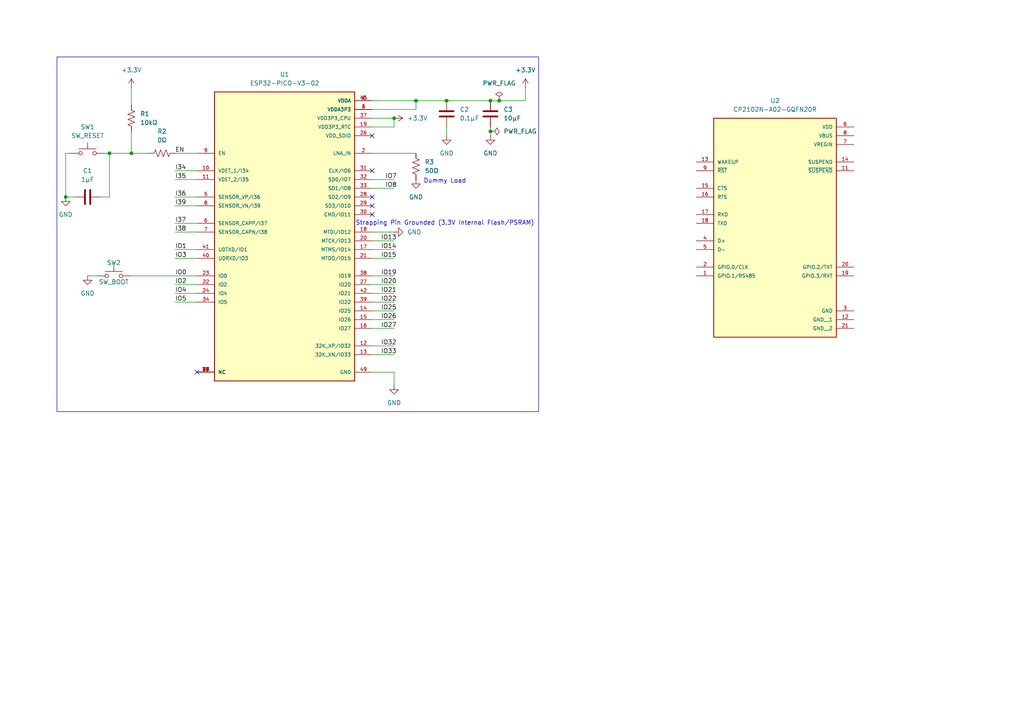
<source format=kicad_sch>
(kicad_sch (version 20231120) (generator "eeschema") (generator_version "8.0")
  (paper "A4")
  (lib_symbols
    (symbol "CP2102N:CP2102N-A02-GQFN20R" (pin_names (offset 1.016))
      (property "Reference" "U" (at -17.78 27.94 0))
      (property "Value" "CP2102N-A02-GQFN20R" (at -17.78 -38.1 0))
      (symbol "CP2102N-A02-GQFN20R_0_0"
        (rectangle (start -17.78 -35.56) (end 17.78 27.94) (stroke (width 0.254)) (fill (type background)))
        (pin bidirectional line (at -22.86 -17.78 0) (length 5.08) (name "GPIO.1/RS485") (number "1"))
        (pin output line (at 22.86 12.7 180) (length 5.08) (name "~{SUSPEND}") (number "11"))
        (pin power_in line (at 22.86 -30.48 180) (length 5.08) (name "GND__1") (number "12"))
        (pin input line (at -22.86 15.24 0) (length 5.08) (name "WAKEUP") (number "13"))
        (pin output line (at 22.86 15.24 180) (length 5.08) (name "SUSPEND") (number "14"))
        (pin input line (at -22.86 7.62 0) (length 5.08) (name "CTS") (number "15"))
        (pin output line (at -22.86 5.08 0) (length 5.08) (name "RTS") (number "16"))
        (pin input line (at -22.86 0 0) (length 5.08) (name "RXD") (number "17"))
        (pin output line (at -22.86 -2.54 0) (length 5.08) (name "TXD") (number "18"))
        (pin bidirectional line (at 22.86 -17.78 180) (length 5.08) (name "GPIO.3/RXT") (number "19"))
        (pin bidirectional line (at -22.86 -15.24 0) (length 5.08) (name "GPIO.0/CLK") (number "2"))
        (pin bidirectional line (at 22.86 -15.24 180) (length 5.08) (name "GPIO.2/TXT") (number "20"))
        (pin power_in line (at 22.86 -33.02 180) (length 5.08) (name "GND__2") (number "21"))
        (pin power_in line (at 22.86 -27.94 180) (length 5.08) (name "GND") (number "3"))
        (pin bidirectional line (at -22.86 -7.62 0) (length 5.08) (name "D+") (number "4"))
        (pin bidirectional line (at -22.86 -10.16 0) (length 5.08) (name "D-") (number "5"))
        (pin power_in line (at 22.86 25.4 180) (length 5.08) (name "VDD") (number "6"))
        (pin power_in line (at 22.86 20.32 180) (length 5.08) (name "VREGIN") (number "7"))
        (pin power_in line (at 22.86 22.86 180) (length 5.08) (name "VBUS") (number "8"))
        (pin input line (at -22.86 12.7 0) (length 5.08) (name "~{RST}") (number "9"))
      )
    )
    (symbol "DBF_ESP32-PICO-V3-02:ESP32-PICO-V3-02" (pin_names (offset 1.016))
      (property "Reference" "U" (at -20.32 43.942 0))
      (property "Value" "ESP32-PICO-V3-02" (at -20.32 -43.18 0))
      (symbol "ESP32-PICO-V3-02_0_0"
        (rectangle (start -20.32 -40.64) (end 20.32 43.18) (stroke (width 0.254)) (fill (type background)))
        (pin power_in line (at 25.4 40.64 180) (length 5.08) (name "VDDA") (number "1"))
        (pin input line (at -25.4 20.32 0) (length 5.08) (name "VDET_1/I34") (number "10"))
        (pin input line (at -25.4 17.78 0) (length 5.08) (name "VDET_2/I35") (number "11"))
        (pin bidirectional line (at 25.4 -30.48 180) (length 5.08) (name "32K_XP/IO32") (number "12"))
        (pin bidirectional line (at 25.4 -33.02 180) (length 5.08) (name "32K_XN/IO33") (number "13"))
        (pin bidirectional line (at 25.4 -20.32 180) (length 5.08) (name "IO25") (number "14"))
        (pin bidirectional line (at 25.4 -22.86 180) (length 5.08) (name "IO26") (number "15"))
        (pin bidirectional line (at 25.4 -25.4 180) (length 5.08) (name "IO27") (number "16"))
        (pin bidirectional line (at 25.4 -2.54 180) (length 5.08) (name "MTMS/IO14") (number "17"))
        (pin power_in line (at 25.4 33.02 180) (length 5.08) (name "VDD3P3_RTC") (number "19"))
        (pin bidirectional line (at 25.4 25.4 180) (length 5.08) (name "LNA_IN") (number "2"))
        (pin bidirectional line (at 25.4 0 180) (length 5.08) (name "MTCK/IO13") (number "20"))
        (pin bidirectional line (at 25.4 -5.08 180) (length 5.08) (name "MTDO/IO15") (number "21"))
        (pin bidirectional line (at -25.4 -12.7 0) (length 5.08) (name "IO2") (number "22"))
        (pin bidirectional line (at -25.4 -10.16 0) (length 5.08) (name "IO0") (number "23"))
        (pin bidirectional line (at -25.4 -15.24 0) (length 5.08) (name "IO4") (number "24"))
        (pin unspecified line (at -25.4 -38.1 0) (length 5.08) (name "NC") (number "25"))
        (pin power_in line (at 25.4 30.48 180) (length 5.08) (name "VDD_SDIO") (number "26"))
        (pin bidirectional line (at 25.4 -12.7 180) (length 5.08) (name "IO20") (number "27"))
        (pin bidirectional line (at 25.4 12.7 180) (length 5.08) (name "SD2/IO9") (number "28"))
        (pin bidirectional line (at 25.4 10.16 180) (length 5.08) (name "SD3/IO10") (number "29"))
        (pin power_in line (at 25.4 38.1 180) (length 5.08) (name "VDDA3P3") (number "3"))
        (pin bidirectional line (at 25.4 7.62 180) (length 5.08) (name "CMD/IO11") (number "30"))
        (pin bidirectional line (at 25.4 20.32 180) (length 5.08) (name "CLK/IO6") (number "31"))
        (pin bidirectional line (at 25.4 17.78 180) (length 5.08) (name "SD0/IO7") (number "32"))
        (pin bidirectional line (at 25.4 15.24 180) (length 5.08) (name "SD1/IO8") (number "33"))
        (pin bidirectional line (at -25.4 -17.78 0) (length 5.08) (name "IO5") (number "34"))
        (pin unspecified line (at -25.4 -38.1 0) (length 5.08) (name "NC") (number "35"))
        (pin unspecified line (at -25.4 -38.1 0) (length 5.08) (name "NC") (number "36"))
        (pin power_in line (at 25.4 35.56 180) (length 5.08) (name "VDD3P3_CPU") (number "37"))
        (pin bidirectional line (at 25.4 -10.16 180) (length 5.08) (name "IO19") (number "38"))
        (pin bidirectional line (at 25.4 -17.78 180) (length 5.08) (name "IO22") (number "39"))
        (pin power_in line (at 25.4 38.1 180) (length 5.08) (name "VDDA3P3") (number "4"))
        (pin bidirectional line (at -25.4 -5.08 0) (length 5.08) (name "U0RXD/IO3") (number "40"))
        (pin bidirectional line (at -25.4 -2.54 0) (length 5.08) (name "U0TXD/IO1") (number "41"))
        (pin bidirectional line (at 25.4 -15.24 180) (length 5.08) (name "IO21") (number "42"))
        (pin power_in line (at 25.4 40.64 180) (length 5.08) (name "VDDA") (number "43"))
        (pin unspecified line (at -25.4 -38.1 0) (length 5.08) (name "NC") (number "44"))
        (pin unspecified line (at -25.4 -38.1 0) (length 5.08) (name "NC") (number "45"))
        (pin power_in line (at 25.4 40.64 180) (length 5.08) (name "VDDA") (number "46"))
        (pin unspecified line (at -25.4 -38.1 0) (length 5.08) (name "NC") (number "47"))
        (pin unspecified line (at -25.4 -38.1 0) (length 5.08) (name "NC") (number "48"))
        (pin power_in line (at 25.4 -38.1 180) (length 5.08) (name "GND") (number "49"))
        (pin input line (at -25.4 12.7 0) (length 5.08) (name "SENSOR_VP/I36") (number "5"))
        (pin input line (at -25.4 5.08 0) (length 5.08) (name "SENSOR_CAPP/I37") (number "6"))
        (pin input line (at -25.4 2.54 0) (length 5.08) (name "SENSOR_CAPN/I38") (number "7"))
        (pin input line (at -25.4 10.16 0) (length 5.08) (name "SENSOR_VN/I39") (number "8"))
        (pin input line (at -25.4 25.4 0) (length 5.08) (name "EN") (number "9"))
      )
      (symbol "ESP32-PICO-V3-02_1_0"
        (pin power_in line (at 25.4 2.54 180) (length 5.08) (name "MTDI/IO12") (number "18"))
      )
    )
    (symbol "Device:C" (pin_numbers hide) (pin_names (offset 0.254))
      (property "Reference" "C" (at 0.635 2.54 0))
      (property "Value" "C" (at 0.635 -2.54 0))
      (symbol "C_0_1"
        (polyline (pts (xy -2.032 -0.762) (xy 2.032 -0.762)) (stroke (width 0.508)))
        (polyline (pts (xy -2.032 0.762) (xy 2.032 0.762)) (stroke (width 0.508)))
      )
      (symbol "C_1_1"
        (pin passive line (at 0 3.81 270) (length 2.794) (name "~") (number "1"))
        (pin passive line (at 0 -3.81 90) (length 2.794) (name "~") (number "2"))
      )
    )
    (symbol "Device:R_US" (pin_numbers hide) (pin_names (offset 0))
      (property "Reference" "R" (at 2.54 0 90))
      (property "Value" "R_US" (at -2.54 0 90))
      (symbol "R_US_0_1"
        (polyline (pts (xy 0 -2.286) (xy 0 -2.54)))
        (polyline (pts (xy 0 2.286) (xy 0 2.54)))
        (polyline (pts (xy 0 -0.762) (xy 1.016 -1.143) (xy 0 -1.524) (xy -1.016 -1.905) (xy 0 -2.286)))
        (polyline (pts (xy 0 0.762) (xy 1.016 0.381) (xy 0 0) (xy -1.016 -0.381) (xy 0 -0.762)))
        (polyline (pts (xy 0 2.286) (xy 1.016 1.905) (xy 0 1.524) (xy -1.016 1.143) (xy 0 0.762)))
      )
      (symbol "R_US_1_1"
        (pin passive line (at 0 3.81 270) (length 1.27) (name "~") (number "1"))
        (pin passive line (at 0 -3.81 90) (length 1.27) (name "~") (number "2"))
      )
    )
    (symbol "Switch:SW_Push" (pin_numbers hide) (pin_names (offset 1.016) hide)
      (property "Reference" "SW" (at 1.27 2.54 0))
      (property "Value" "SW_Push" (at 0 -1.524 0))
      (symbol "SW_Push_0_1"
        (circle (center -2.032 0) (radius 0.508))
        (polyline (pts (xy 0 1.27) (xy 0 3.048)))
        (polyline (pts (xy 2.54 1.27) (xy -2.54 1.27)))
        (circle (center 2.032 0) (radius 0.508))
        (pin passive line (at -5.08 0 0) (length 2.54) (name "1") (number "1"))
        (pin passive line (at 5.08 0 180) (length 2.54) (name "2") (number "2"))
      )
    )
    (symbol "power:+3.3V" (power) (pin_numbers hide) (pin_names (offset 0) hide)
      (property "Value" "+3.3V" (at 0 3.556 0))
      (symbol "+3.3V_0_1"
        (polyline (pts (xy -0.762 1.27) (xy 0 2.54)))
        (polyline (pts (xy 0 0) (xy 0 2.54)))
        (polyline (pts (xy 0 2.54) (xy 0.762 1.27)))
      )
      (symbol "+3.3V_1_1"
        (pin power_in line (at 0 0 90) (length 0) (name "~") (number "1"))
      )
    )
    (symbol "power:GND" (power) (pin_numbers hide) (pin_names (offset 0) hide)
      (property "Value" "GND" (at 0 -3.81 0))
      (symbol "GND_0_1"
        (polyline (pts (xy 0 0) (xy 0 -1.27) (xy 1.27 -1.27) (xy 0 -2.54) (xy -1.27 -1.27) (xy 0 -1.27)))
      )
      (symbol "GND_1_1"
        (pin power_in line (at 0 0 270) (length 0) (name "~") (number "1"))
      )
    )
    (symbol "power:PWR_FLAG" (power) (pin_numbers hide) (pin_names (offset 0) hide)
      (property "Value" "PWR_FLAG" (at 0 3.81 0))
      (symbol "PWR_FLAG_0_0"
        (pin power_out line (at 0 0 90) (length 0) (name "~") (number "1"))
      )
      (symbol "PWR_FLAG_0_1"
        (polyline (pts (xy 0 0) (xy 0 1.27) (xy -1.016 1.905) (xy 0 2.54) (xy 1.016 1.905) (xy 0 1.27)))
      )
    )
  )
  (junction (at 142.24 38.1))
  (junction (at 38.1 44.45))
  (junction (at 19.05 57.15))
  (junction (at 129.54 29.21))
  (junction (at 120.65 29.21))
  (junction (at 31.75 44.45))
  (junction (at 142.24 29.21))
  (junction (at 144.78 29.21))
  (junction (at 114.3 34.29))
  (no_connect (at 57.15 107.95))
  (no_connect (at 107.95 57.15))
  (no_connect (at 107.95 59.69))
  (no_connect (at 107.95 49.53))
  (no_connect (at 107.95 62.23))
  (no_connect (at 107.95 39.37))
  (wire (pts (xy 31.75 44.45) (xy 38.1 44.45)))
  (wire (pts (xy 107.95 34.29) (xy 114.3 34.29)))
  (wire (pts (xy 152.4 29.21) (xy 144.78 29.21)))
  (wire (pts (xy 107.95 67.31) (xy 114.3 67.31)))
  (wire (pts (xy 152.4 25.4) (xy 152.4 29.21)))
  (wire (pts (xy 142.24 38.1) (xy 142.24 36.83)))
  (wire (pts (xy 107.95 80.01) (xy 114.3 80.01)))
  (wire (pts (xy 50.8 64.77) (xy 57.15 64.77)))
  (wire (pts (xy 50.8 49.53) (xy 57.15 49.53)))
  (wire (pts (xy 107.95 74.93) (xy 114.3 74.93)))
  (wire (pts (xy 120.65 29.21) (xy 129.54 29.21)))
  (wire (pts (xy 107.95 85.09) (xy 114.3 85.09)))
  (wire (pts (xy 38.1 80.01) (xy 57.15 80.01)))
  (wire (pts (xy 142.24 39.37) (xy 142.24 38.1)))
  (wire (pts (xy 50.8 59.69) (xy 57.15 59.69)))
  (wire (pts (xy 38.1 38.1) (xy 38.1 44.45)))
  (wire (pts (xy 19.05 57.15) (xy 19.05 44.45)))
  (wire (pts (xy 29.21 57.15) (xy 31.75 57.15)))
  (wire (pts (xy 107.95 100.33) (xy 114.3 100.33)))
  (wire (pts (xy 120.65 31.75) (xy 120.65 29.21)))
  (wire (pts (xy 129.54 29.21) (xy 142.24 29.21)))
  (wire (pts (xy 107.95 52.07) (xy 114.3 52.07)))
  (wire (pts (xy 107.95 31.75) (xy 120.65 31.75)))
  (wire (pts (xy 50.8 87.63) (xy 57.15 87.63)))
  (wire (pts (xy 107.95 82.55) (xy 114.3 82.55)))
  (wire (pts (xy 19.05 57.15) (xy 21.59 57.15)))
  (wire (pts (xy 19.05 44.45) (xy 20.32 44.45)))
  (wire (pts (xy 107.95 95.25) (xy 114.3 95.25)))
  (wire (pts (xy 107.95 90.17) (xy 114.3 90.17)))
  (wire (pts (xy 107.95 92.71) (xy 114.3 92.71)))
  (wire (pts (xy 114.3 36.83) (xy 107.95 36.83)))
  (wire (pts (xy 107.95 29.21) (xy 120.65 29.21)))
  (wire (pts (xy 107.95 102.87) (xy 114.3 102.87)))
  (wire (pts (xy 107.95 69.85) (xy 114.3 69.85)))
  (wire (pts (xy 31.75 44.45) (xy 30.48 44.45)))
  (wire (pts (xy 50.8 72.39) (xy 57.15 72.39)))
  (wire (pts (xy 142.24 29.21) (xy 144.78 29.21)))
  (wire (pts (xy 50.8 52.07) (xy 57.15 52.07)))
  (wire (pts (xy 50.8 67.31) (xy 57.15 67.31)))
  (wire (pts (xy 25.4 80.01) (xy 27.94 80.01)))
  (wire (pts (xy 114.3 107.95) (xy 114.3 111.76)))
  (wire (pts (xy 50.8 82.55) (xy 57.15 82.55)))
  (wire (pts (xy 114.3 34.29) (xy 114.3 36.83)))
  (wire (pts (xy 50.8 74.93) (xy 57.15 74.93)))
  (wire (pts (xy 129.54 39.37) (xy 129.54 36.83)))
  (wire (pts (xy 38.1 44.45) (xy 43.18 44.45)))
  (wire (pts (xy 31.75 57.15) (xy 31.75 44.45)))
  (wire (pts (xy 50.8 85.09) (xy 57.15 85.09)))
  (wire (pts (xy 107.95 107.95) (xy 114.3 107.95)))
  (wire (pts (xy 107.95 44.45) (xy 120.65 44.45)))
  (wire (pts (xy 107.95 72.39) (xy 114.3 72.39)))
  (wire (pts (xy 50.8 44.45) (xy 57.15 44.45)))
  (wire (pts (xy 107.95 54.61) (xy 114.3 54.61)))
  (wire (pts (xy 107.95 87.63) (xy 114.3 87.63)))
  (wire (pts (xy 50.8 57.15) (xy 57.15 57.15)))
  (wire (pts (xy 38.1 25.4) (xy 38.1 30.48)))
  (rectangle (start 16.51 16.51) (end 156.21 119.38))
  (text "Strapping Pin Grounded (3.3V Internal Flash/PSRAM)" (at 129.032 64.77 0) (effects (font (size 1.27 1.27))))
  (text "Dummy Load" (at 129.032 52.578 0) (effects (font (size 1.27 1.27))))
  (label "IO25" (at 110.49 90.17 0))
  (label "IO20" (at 110.49 82.55 0))
  (label "IO15" (at 110.49 74.93 0))
  (label "I34" (at 50.8 49.53 0))
  (label "IO3" (at 50.8 74.93 0))
  (label "I38" (at 50.8 67.31 0))
  (label "IO0" (at 50.8 80.01 0))
  (label "IO26" (at 110.49 92.71 0))
  (label "IO33" (at 110.49 102.87 0))
  (label "IO13" (at 110.49 69.85 0))
  (label "IO7" (at 111.76 52.07 0))
  (label "I36" (at 50.8 57.15 0))
  (label "IO22" (at 110.49 87.63 0))
  (label "IO1" (at 50.8 72.39 0))
  (label "IO14" (at 110.49 72.39 0))
  (label "IO19" (at 110.49 80.01 0))
  (label "IO32" (at 110.49 100.33 0))
  (label "IO2" (at 50.8 82.55 0))
  (label "IO5" (at 50.8 87.63 0))
  (label "IO27" (at 110.49 95.25 0))
  (label "EN" (at 50.8 44.45 0))
  (label "I37" (at 50.8 64.77 0))
  (label "I35" (at 50.8 52.07 0))
  (label "IO8" (at 111.76 54.61 0))
  (label "IO21" (at 110.49 85.09 0))
  (label "I39" (at 50.8 59.69 0))
  (label "IO4" (at 50.8 85.09 0))
  (symbol (lib_id "Device:C") (at 129.54 33.02 0) (unit 1)
    (property "Reference" "C2" (at 133.35 31.7499 0) (effects (justify left)))
    (property "Value" "0.1μF" (at 133.35 34.2899 0) (effects (justify left)))
    (property "Footprint" "Capacitor_SMD:C_0603_1608Metric" (effects (hide yes)))
    (property "Description" "Unpolarized capacitor" (effects (hide yes)))
  )
  (symbol (lib_id "power:GND") (at 19.05 57.15 0) (unit 1)
    (property "Reference" "#PWR010" (effects (hide yes)))
    (property "Value" "GND" (at 19.05 62.23 0))
    (property "Description" "Power symbol creates a global label with name \"GND\" , ground" (effects (hide yes)))
  )
  (symbol (lib_id "power:GND") (at 114.3 111.76 0) (unit 1)
    (property "Reference" "#PWR05" (effects (hide yes)))
    (property "Value" "GND" (at 114.3 116.84 0))
    (property "Description" "Power symbol creates a global label with name \"GND\" , ground" (effects (hide yes)))
  )
  (symbol (lib_id "power:PWR_FLAG") (at 144.78 29.21 0) (unit 1)
    (property "Reference" "#FLG02" (effects (hide yes)))
    (property "Value" "PWR_FLAG" (at 144.78 24.13 0))
    (property "Description" "Special symbol for telling ERC where power comes from" (effects (hide yes)))
  )
  (symbol (lib_id "DBF_ESP32-PICO-V3-02:ESP32-PICO-V3-02") (at 82.55 69.85 0) (unit 1)
    (property "Reference" "U1" (at 82.55 21.59 0))
    (property "Value" "ESP32-PICO-V3-02" (at 82.55 24.13 0))
    (property "Footprint" "ESP32-PICO-V3-02:XCVR_ESP32-PICO-V3-02" (effects (hide yes)))
    (property "MF" "Espressif Systems" (effects (hide yes)))
    (property "MAXIMUM_PACKAGE_HEIGHT" "1.21mm" (effects (hide yes)))
    (property "Package" "LFQFN-48 Espressif Systems" (effects (hide yes)))
    (property "Price" "None" (effects (hide yes)))
    (property "Check_prices" "https://www.snapeda.com/parts/ESP32-PICO-V3-02/Espressif+Systems/view-part/?ref=eda" (effects (hide yes)))
    (property "STANDARD" "Manufacturer Recommendations" (effects (hide yes)))
    (property "PARTREV" "1.0" (effects (hide yes)))
    (property "SnapEDA_Link" "https://www.snapeda.com/parts/ESP32-PICO-V3-02/Espressif+Systems/view-part/?ref=snap" (effects (hide yes)))
    (property "MP" "ESP32-PICO-V3-02" (effects (hide yes)))
    (property "Description_1" "\nBluetooth, WiFi 802.11b/g/n, Bluetooth v4.2 Transceiver Module 2.412GHz ~ 2.484GHz Antenna Not Included, I-PEX Surface Mount\n" (effects (hide yes)))
    (property "Availability" "In Stock" (effects (hide yes)))
    (property "MANUFACTURER" "Espressif Systems" (effects (hide yes)))
  )
  (symbol (lib_id "power:GND") (at 120.65 52.07 0) (unit 1)
    (property "Reference" "#PWR06" (effects (hide yes)))
    (property "Value" "GND" (at 120.65 57.15 0))
    (property "Description" "Power symbol creates a global label with name \"GND\" , ground" (effects (hide yes)))
  )
  (symbol (lib_id "Device:R_US") (at 120.65 48.26 0) (unit 1)
    (property "Reference" "R3" (at 123.19 46.9899 0) (effects (justify left)))
    (property "Value" "50Ω" (at 123.19 49.5299 0) (effects (justify left)))
    (property "Footprint" "Resistor_SMD:R_0603_1608Metric" (effects (hide yes)))
    (property "Description" "Resistor, US symbol" (effects (hide yes)))
  )
  (symbol (lib_id "Device:C") (at 25.4 57.15 90) (unit 1)
    (property "Reference" "C1" (at 25.4 49.53 90))
    (property "Value" "1μF" (at 25.4 52.07 90))
    (property "Footprint" "Capacitor_SMD:C_0603_1608Metric" (effects (hide yes)))
    (property "Description" "Unpolarized capacitor" (effects (hide yes)))
  )
  (symbol (lib_id "power:GND") (at 25.4 80.01 0) (unit 1)
    (property "Reference" "#PWR01" (effects (hide yes)))
    (property "Value" "GND" (at 25.4 85.09 0))
    (property "Description" "Power symbol creates a global label with name \"GND\" , ground" (effects (hide yes)))
  )
  (symbol (lib_id "power:GND") (at 142.24 39.37 0) (unit 1)
    (property "Reference" "#PWR08" (effects (hide yes)))
    (property "Value" "GND" (at 142.24 44.45 0))
    (property "Description" "Power symbol creates a global label with name \"GND\" , ground" (effects (hide yes)))
  )
  (symbol (lib_id "power:+3.3V") (at 114.3 34.29 270) (unit 1)
    (property "Reference" "#PWR03" (effects (hide yes)))
    (property "Value" "+3.3V" (at 118.11 34.2899 90) (effects (justify left)))
    (property "Description" "Power symbol creates a global label with name \"+3.3V\"" (effects (hide yes)))
  )
  (symbol (lib_id "power:GND") (at 129.54 39.37 0) (unit 1)
    (property "Reference" "#PWR07" (effects (hide yes)))
    (property "Value" "GND" (at 129.54 44.45 0))
    (property "Description" "Power symbol creates a global label with name \"GND\" , ground" (effects (hide yes)))
  )
  (symbol (lib_id "power:+3.3V") (at 152.4 25.4 0) (unit 1)
    (property "Reference" "#PWR09" (effects (hide yes)))
    (property "Value" "+3.3V" (at 152.4 20.32 0))
    (property "Description" "Power symbol creates a global label with name \"+3.3V\"" (effects (hide yes)))
  )
  (symbol (lib_id "Device:R_US") (at 46.99 44.45 90) (unit 1)
    (property "Reference" "R2" (at 46.99 38.1 90))
    (property "Value" "0Ω" (at 46.99 40.64 90))
    (property "Footprint" "Resistor_SMD:R_0603_1608Metric" (effects (hide yes)))
    (property "Description" "Resistor, US symbol" (effects (hide yes)))
  )
  (symbol (lib_id "power:GND") (at 114.3 67.31 90) (unit 1)
    (property "Reference" "#PWR04" (effects (hide yes)))
    (property "Value" "GND" (at 118.11 67.3099 90) (effects (justify right)))
    (property "Description" "Power symbol creates a global label with name \"GND\" , ground" (effects (hide yes)))
  )
  (symbol (lib_id "Switch:SW_Push") (at 25.4 44.45 0) (unit 1)
    (property "Reference" "SW1" (at 25.4 36.83 0))
    (property "Value" "SW_RESET" (at 25.4 39.37 0))
    (property "Footprint" "DBF_SW_SPST_NO:SW_TS04-66-70-BK-260-SMT" (effects (hide yes)))
    (property "Datasheet" "https://www.sameskydevices.com/product/resource/ts04.pdf" (effects (hide yes)))
    (property "Description" "https://www.digikey.com/en/models/15634371" (effects (hide yes)))
    (property "Footprint Link" "https://www.digikey.com/en/models/15634371" (effects (hide yes)))
  )
  (symbol (lib_id "power:PWR_FLAG") (at 142.24 38.1 270) (unit 1)
    (property "Reference" "#FLG01" (effects (hide yes)))
    (property "Value" "PWR_FLAG" (at 146.05 38.0999 90) (effects (justify left)))
    (property "Description" "Special symbol for telling ERC where power comes from" (effects (hide yes)))
  )
  (symbol (lib_id "Switch:SW_Push") (at 33.02 80.01 0) (unit 1)
    (property "Reference" "SW2" (at 33.02 76.2 0))
    (property "Value" "SW_BOOT" (at 33.02 81.788 0))
    (property "Footprint" "DBF_SW_SPST_NO:SW_TS04-66-70-BK-260-SMT" (effects (hide yes)))
    (property "Datasheet" "https://www.sameskydevices.com/product/resource/ts04.pdf" (effects (hide yes)))
    (property "Description" "Push button switch, generic, two pins" (effects (hide yes)))
    (property "Footprint Link" "https://www.digikey.com/en/models/15634371" (effects (hide yes)))
  )
  (symbol (lib_id "power:+3.3V") (at 38.1 25.4 0) (unit 1)
    (property "Reference" "#PWR02" (effects (hide yes)))
    (property "Value" "+3.3V" (at 38.1 20.32 0))
    (property "Description" "Power symbol creates a global label with name \"+3.3V\"" (effects (hide yes)))
  )
  (symbol (lib_id "Device:C") (at 142.24 33.02 0) (unit 1)
    (property "Reference" "C3" (at 146.05 31.7499 0) (effects (justify left)))
    (property "Value" "10μF" (at 146.05 34.2899 0) (effects (justify left)))
    (property "Footprint" "Capacitor_SMD:C_0603_1608Metric" (effects (hide yes)))
    (property "Description" "Unpolarized capacitor" (effects (hide yes)))
  )
  (symbol (lib_id "CP2102N:CP2102N-A02-GQFN20R") (at 224.79 62.23 0) (unit 1)
    (property "Reference" "U2" (at 224.79 29.21 0))
    (property "Value" "CP2102N-A02-GQFN20R" (at 224.79 31.75 0))
    (property "Footprint" "CP2102N-A02-GQFN20R:SILABS_CP2102N-A02-GQFN20R" (effects (hide yes)))
    (property "PARTREV" "1.3" (effects (hide yes)))
    (property "STANDARD" "Manufacturer Recommendations" (effects (hide yes)))
    (property "MAXIMUM_PACKAGE_HIEGHT" "0.8mm" (effects (hide yes)))
    (property "MANUFACTURER" "SILICON LABS" (effects (hide yes)))
  )
  (symbol (lib_id "Device:R_US") (at 38.1 34.29 0) (unit 1)
    (property "Reference" "R1" (at 40.64 33.0199 0) (effects (justify left)))
    (property "Value" "10kΩ" (at 40.64 35.5599 0) (effects (justify left)))
    (property "Footprint" "Resistor_SMD:R_0603_1608Metric" (effects (hide yes)))
    (property "Description" "Resistor, US symbol" (effects (hide yes)))
  )
)
</source>
